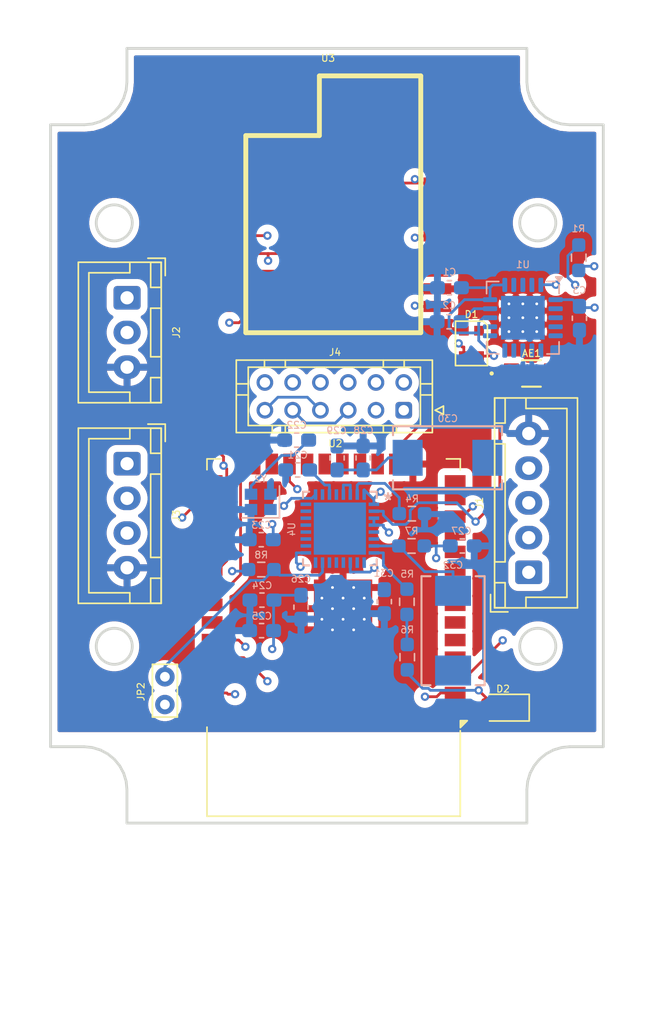
<source format=kicad_pcb>
(kicad_pcb (version 20241229) (generator "pcbnew") (generator_version "9.0")
  (layers (0 "F.Cu" signal) (4 "In1.Cu" signal) (6 "In2.Cu" signal) (2 "B.Cu" signal) (13 "F.Paste" user) (15 "B.Paste" user) (5 "F.SilkS" user "F.Silkscreen") (7 "B.SilkS" user "B.Silkscreen") (1 "F.Mask" user) (3 "B.Mask" user) (25 "Edge.Cuts" user))
  (net 0 "")
  (net 1 "GND")
  (net 2 "+3.3V")
  (net 3 "+5V")
  (net 4 "Net-(U1-NR)")
  (net 6 "/SPORT")
  (net 7 "/RX")
  (net 8 "/TX")
  (net 9 "/BOOT0")
  (net 10 "/SDA")
  (net 11 "/SCK")
  (net 12 "Net-(U2-EN)")
  (net 21 "/DIO2")
  (net 25 "/NSS")
  (net 27 "/BUSY")
  (net 28 "/MOSI")
  (net 32 "/RX_EN")
  (net 36 "/TX_EN")
  (net 37 "/MISO")
  (net 41 "/NRESET")
  (net 44 "/DIO1")
  (net 46 "Net-(U4-LNA)")
  (net 47 "Net-(U4-XTAL_OUT)")
  (net 48 "Net-(U4-XTAL_IN)")
  (net 49 "Net-(U4-CHIP_EN)")
  (net 50 "Net-(D2-A)")
  (net 51 "/ESP8285/TX")
  (net 52 "/TX_ESP32")
  (net 53 "/RX_ESP32")
  (net 54 "/ESP8285/RX")
  (net 55 "Net-(JP2-A)")
  (net 56 "Net-(U4-RES12K)")
  (net 57 "/ESP8285/LED")
  (net 58 "Net-(R5-Pad2)")
  (footprint "Connector_JST:JST_XH_B4B-XH-A_1x04_P2.50mm_Vertical" (layer "F.Cu") (at 134.6 86.125 -90)
    (property "Reference" "J3")
    (property "Value" "Conn_01x04_Socket" (hide yes))
  )
  (footprint "W3008:ANT_W3008_PUL" (layer "F.Cu") (at 163.7194 79.625)
    (property "Reference" "AE1")
    (property "Value" "W3008" (hide yes))
  )
  (footprint "LED_SMD:LED_0805_2012Metric_Pad1.15x1.40mm_HandSolder" (layer "F.Cu") (at 161.7 103.7 180)
    (property "Reference" "D2")
    (property "Value" "LED" (hide yes))
  )
  (footprint "Connector_JST:JST_PHD_B12B-PHDSS_2x06_P2.00mm_Vertical" (layer "F.Cu") (at 154.525 82.275 180)
    (property "Reference" "J4")
    (property "Value" "Conn_02x06_Odd_Even" (hide yes))
  )
  (footprint "LED_SMD:LED_WS2812B-2020_PLCC4_2.0x2.0mm" (layer "F.Cu") (at 159.4 77.46 -90)
    (property "Reference" "D1")
    (property "Value" "WS2812B-2020" (hide yes))
  )
  (footprint "TestPoint:TestPoint_Bridge_Pitch2.0mm_Drill0.7mm" (layer "F.Cu") (at 137.325 103.475 90)
    (property "Reference" "JP2")
    (property "Value" "Jumper_2_Small_Bridged" (hide yes))
  )
  (footprint "Connector_JST:JST_XH_B3B-XH-A_1x03_P2.50mm_Vertical" (layer "F.Cu") (at 134.6 74.175 -90)
    (property "Reference" "J2")
    (property "Value" "Conn_01x03_Socket" (hide yes))
  )
  (footprint "Connector_JST:JST_XH_B5B-XH-A_1x05_P2.50mm_Vertical" (layer "F.Cu") (at 163.525 93.95 90)
    (property "Reference" "J1")
    (property "Value" "Conn_01x05_Socket" (hide yes))
  )
  (footprint "RF_Module:ESP32-WROOM-32" (layer "F.Cu") (at 149.475 95.66 180)
    (property "Reference" "U2")
    (property "Value" "ESP32-WROOM-32" (hide yes))
  )
  (footprint "Library:E28" (layer "F.Cu") (at 148.95 68.55 90)
    (property "Reference" "U3")
    (property "Value" "E28-2G4M27S" (hide yes))
  )
  (footprint "Capacitor_SMD:C_0603_1608Metric_Pad1.08x0.95mm_HandSolder" (layer "B.Cu") (at 151.6 85.7125 90)
    (property "Reference" "C28")
    (property "Value" "100nF" (hide yes))
  )
  (footprint "Crystal:Crystal_SMD_2016-4Pin_2.0x1.6mm" (layer "B.Cu") (at 144.225 88.875 180)
    (property "Reference" "Y2")
    (property "Value" "26MHz" (hide yes))
  )
  (footprint "Capacitor_SMD:C_0603_1608Metric_Pad1.08x0.95mm_HandSolder" (layer "B.Cu") (at 147.125 96.4625 -90)
    (property "Reference" "C26")
    (property "Value" "100nF" (hide yes))
  )
  (footprint "Capacitor_SMD:C_0603_1608Metric_Pad1.08x0.95mm_HandSolder" (layer "B.Cu") (at 146.8125 84.425 180)
    (property "Reference" "C22")
    (property "Value" "10pF" (hide yes))
  )
  (footprint "Capacitor_SMD:C_0603_1608Metric_Pad1.08x0.95mm_HandSolder" (layer "B.Cu") (at 146.8875 86.575 180)
    (property "Reference" "C21")
    (property "Value" "10pF" (hide yes))
  )
  (footprint "Resistor_SMD:R_0603_1608Metric_Pad0.98x0.95mm_HandSolder" (layer "B.Cu") (at 167.125 71.2875 90)
    (property "Reference" "R1")
    (property "Value" "10K" (hide yes))
  )
  (footprint "Capacitor_SMD:C_0603_1608Metric_Pad1.08x0.95mm_HandSolder" (layer "B.Cu") (at 144.3125 95.95 180)
    (property "Reference" "C24")
    (property "Value" "100nF" (hide yes))
  )
  (footprint "Capacitor_SMD:C_0603_1608Metric_Pad1.08x0.95mm_HandSolder" (layer "B.Cu") (at 153.125 96.0625 90)
    (property "Reference" "C31")
    (property "Value" "0.1uF" (hide yes))
  )
  (footprint "Resistor_SMD:R_0603_1608Metric_Pad0.98x0.95mm_HandSolder" (layer "B.Cu") (at 154.775 100.0625 -90)
    (property "Reference" "R6")
    (property "Value" "1K" (hide yes))
  )
  (footprint "Resistor_SMD:R_0603_1608Metric_Pad0.98x0.95mm_HandSolder" (layer "B.Cu") (at 155.0875 92.05 180)
    (property "Reference" "R7")
    (property "Value" "10K" (hide yes))
  )
  (footprint "Capacitor_SMD:C_0603_1608Metric_Pad1.08x0.95mm_HandSolder" (layer "B.Cu") (at 149.725 85.7125 90)
    (property "Reference" "C29")
    (property "Value" "100nF" (hide yes))
  )
  (footprint "Capacitor_SMD:C_0603_1608Metric_Pad1.08x0.95mm_HandSolder" (layer "B.Cu") (at 158.7375 92.05)
    (property "Reference" "C27")
    (property "Value" "100nF" (hide yes))
  )
  (footprint "ECASD40J106M055K00:ECASD40J106M055K00" (layer "B.Cu") (at 157.675 85.7 180)
    (property "Reference" "C30")
    (property "Value" "10uF" (hide yes))
  )
  (footprint "Resistor_SMD:R_0603_1608Metric_Pad0.98x0.95mm_HandSolder" (layer "B.Cu") (at 155.1125 89.725)
    (property "Reference" "R4")
    (property "Value" "12K" (hide yes))
  )
  (footprint "Capacitor_SMD:C_0603_1608Metric_Pad1.08x0.95mm_HandSolder" (layer "B.Cu") (at 144.2875 98.15 180)
    (property "Reference" "C25")
    (property "Value" "100nF" (hide yes))
  )
  (footprint "ECASD40J106M055K00:ECASD40J106M055K00" (layer "B.Cu") (at 158.075 98.1548 90)
    (property "Reference" "C32")
    (property "Value" "10uF" (hide yes))
  )
  (footprint "Capacitor_SMD:C_0603_1608Metric_Pad1.08x0.95mm_HandSolder" (layer "B.Cu") (at 157.8125 73.45 180)
    (property "Reference" "C1")
    (property "Value" "10uF" (hide yes))
  )
  (footprint "Package_DFN_QFN:Texas_RGW0020A_VQFN-20-1EP_5x5mm_P0.65mm_EP3.15x3.15mm_ThermalVias" (layer "B.Cu") (at 163.1 75.6125 180)
    (property "Reference" "U1")
    (property "Value" "TPS7A4701xRGW" (hide yes))
  )
  (footprint "ESP8285H16:QFN32_5X5_EXP" (layer "B.Cu") (at 149.9239 90.8 180)
    (property "Reference" "U4")
    (property "Value" "ESP8285H16" (hide yes))
  )
  (footprint "Resistor_SMD:R_0603_1608Metric_Pad0.98x0.95mm_HandSolder" (layer "B.Cu") (at 144.2625 93.75)
    (property "Reference" "R8")
    (property "Value" "10K" (hide yes))
  )
  (footprint "Capacitor_SMD:C_0603_1608Metric_Pad1.08x0.95mm_HandSolder" (layer "B.Cu") (at 157.7875 75.9 180)
    (property "Reference" "C2")
    (property "Value" "1uF" (hide yes))
  )
  (footprint "Resistor_SMD:R_0603_1608Metric_Pad0.98x0.95mm_HandSolder" (layer "B.Cu") (at 154.75 96.075 -90)
    (property "Reference" "R5")
    (property "Value" "0" (hide yes))
  )
  (footprint "Capacitor_SMD:C_0603_1608Metric_Pad1.08x0.95mm_HandSolder" (layer "B.Cu") (at 144.2625 91.6 180)
    (property "Reference" "C23")
    (property "Value" "100nF" (hide yes))
  )
  (footprint "Capacitor_SMD:C_0603_1608Metric_Pad1.08x0.95mm_HandSolder" (layer "B.Cu") (at 167.175 75.65 -90)
    (property "Reference" "C3")
    (property "Value" "47uF" (hide yes))
  )
  (gr_line (start 132.678505 61.479019) (end 132.096512 61.655545) (stroke (width 0.2)) (layer "Edge.Cuts"))
  (gr_circle (center 133.676892 68.779636) (end 134.976892 68.779636) (stroke (width 0.2)) (fill no) (layer "Edge.Cuts"))
  (gr_line (start 163.391262 112.012747) (end 163.391262 109.588177) (stroke (width 0.2)) (layer "Edge.Cuts"))
  (gr_line (start 133.685024 60.806478) (end 134.070827 60.33636) (stroke (width 0.2)) (layer "Edge.Cuts"))
  (gr_line (start 133.685022 107.419013) (end 134.070829 107.889136) (stroke (width 0.2)) (layer "Edge.Cuts"))
  (gr_circle (center 164.176892 99.279636) (end 165.476892 99.279636) (stroke (width 0.2)) (fill no) (layer "Edge.Cuts"))
  (gr_line (start 134.591279 58.637325) (end 134.53408 59.218003) (stroke (width 0.2)) (layer "Edge.Cuts"))
  (gr_line (start 163.625 108.42551) (end 163.911702 107.889126) (stroke (width 0.2)) (layer "Edge.Cuts"))
  (gr_line (start 129.091275 106.512743) (end 131.515831 106.512743) (stroke (width 0.2)) (layer "Edge.Cuts"))
  (gr_line (start 163.625 59.8) (end 163.448477 59.217996) (stroke (width 0.2)) (layer "Edge.Cuts"))
  (gr_line (start 163.391262 109.588177) (end 163.448477 109.007496) (stroke (width 0.2)) (layer "Edge.Cuts"))
  (gr_line (start 163.448477 59.217996) (end 163.391262 58.637332) (stroke (width 0.2)) (layer "Edge.Cuts"))
  (gr_line (start 164.767636 107.033184) (end 165.304017 106.746484) (stroke (width 0.2)) (layer "Edge.Cuts"))
  (gr_circle (center 164.176892 68.779636) (end 165.476892 68.779636) (stroke (width 0.2)) (fill no) (layer "Edge.Cuts"))
  (gr_line (start 134.591279 56.212739) (end 134.591279 58.637325) (stroke (width 0.2)) (layer "Edge.Cuts"))
  (gr_line (start 163.391262 58.637332) (end 163.391262 56.212739) (stroke (width 0.2)) (layer "Edge.Cuts"))
  (gr_circle (center 133.676892 99.279636) (end 134.976892 99.279636) (stroke (width 0.2)) (fill no) (layer "Edge.Cuts"))
  (gr_line (start 163.911705 60.33637) (end 163.625 59.8) (stroke (width 0.2)) (layer "Edge.Cuts"))
  (gr_line (start 131.515831 61.712743) (end 129.091275 61.712743) (stroke (width 0.2)) (layer "Edge.Cuts"))
  (gr_line (start 168.891251 61.712743) (end 166.466695 61.712743) (stroke (width 0.2)) (layer "Edge.Cuts"))
  (gr_line (start 164.767633 61.192315) (end 164.297535 60.806478) (stroke (width 0.2)) (layer "Edge.Cuts"))
  (gr_line (start 133.214882 107.03318) (end 133.685022 107.419013) (stroke (width 0.2)) (layer "Edge.Cuts"))
  (gr_line (start 134.591279 109.588184) (end 134.591279 112.012747) (stroke (width 0.2)) (layer "Edge.Cuts"))
  (gr_line (start 168.891251 62.082743) (end 168.891251 61.712743) (stroke (width 0.2)) (layer "Edge.Cuts"))
  (gr_line (start 166.466695 61.712743) (end 165.886031 61.655545) (stroke (width 0.2)) (layer "Edge.Cuts"))
  (gr_line (start 132.096512 61.655545) (end 131.515831 61.712743) (stroke (width 0.2)) (layer "Edge.Cuts"))
  (gr_line (start 132.096519 106.569942) (end 132.678511 106.746485) (stroke (width 0.2)) (layer "Edge.Cuts"))
  (gr_line (start 164.297537 107.419013) (end 164.767636 107.033184) (stroke (width 0.2)) (layer "Edge.Cuts"))
  (gr_line (start 129.091275 61.712743) (end 129.091275 62.082743) (stroke (width 0.2)) (layer "Edge.Cuts"))
  (gr_line (start 134.53408 109.007489) (end 134.591279 109.588184) (stroke (width 0.2)) (layer "Edge.Cuts"))
  (gr_line (start 165.886031 61.655545) (end 165.304023 61.47902) (stroke (width 0.2)) (layer "Edge.Cuts"))
  (gr_line (start 129.091275 64.69024) (end 129.091275 106.512743) (stroke (width 0.2)) (layer "Edge.Cuts"))
  (gr_line (start 165.304023 61.47902) (end 164.767633 61.192315) (stroke (width 0.2)) (layer "Edge.Cuts"))
  (gr_line (start 165.886024 106.569942) (end 166.466695 106.512743) (stroke (width 0.2)) (layer "Edge.Cuts"))
  (gr_line (start 164.297535 60.806478) (end 163.911705 60.33637) (stroke (width 0.2)) (layer "Edge.Cuts"))
  (gr_line (start 163.448477 109.007496) (end 163.625 108.42551) (stroke (width 0.2)) (layer "Edge.Cuts"))
  (gr_line (start 168.891251 106.512743) (end 168.891251 62.082743) (stroke (width 0.2)) (layer "Edge.Cuts"))
  (gr_line (start 134.357519 108.425497) (end 134.53408 109.007489) (stroke (width 0.2)) (layer "Edge.Cuts"))
  (gr_line (start 134.591279 112.012747) (end 163.391262 112.012747) (stroke (width 0.2)) (layer "Edge.Cuts"))
  (gr_line (start 132.678511 106.746485) (end 133.214882 107.03318) (stroke (width 0.2)) (layer "Edge.Cuts"))
  (gr_line (start 129.091275 62.082743) (end 129.091275 64.69024) (stroke (width 0.2)) (layer "Edge.Cuts"))
  (gr_line (start 133.214885 61.19232) (end 133.685024 60.806478) (stroke (width 0.2)) (layer "Edge.Cuts"))
  (gr_line (start 166.466695 106.512743) (end 168.891251 106.512743) (stroke (width 0.2)) (layer "Edge.Cuts"))
  (gr_line (start 165.304017 106.746484) (end 165.886024 106.569942) (stroke (width 0.2)) (layer "Edge.Cuts"))
  (gr_line (start 134.357519 59.800013) (end 134.53408 59.218003) (stroke (width 0.2)) (layer "Edge.Cuts"))
  (gr_line (start 163.391262 56.212739) (end 134.591279 56.212739) (stroke (width 0.2)) (layer "Edge.Cuts"))
  (gr_line (start 133.214885 61.19232) (end 132.678505 61.479019) (stroke (width 0.2)) (layer "Edge.Cuts"))
  (gr_line (start 134.070827 60.33636) (end 134.357519 59.800013) (stroke (width 0.2)) (layer "Edge.Cuts"))
  (gr_line (start 163.911702 107.889126) (end 164.297537 107.419013) (stroke (width 0.2)) (layer "Edge.Cuts"))
  (gr_line (start 134.070829 107.889136) (end 134.357519 108.425497) (stroke (width 0.2)) (layer "Edge.Cuts"))
  (gr_line (start 131.515831 106.512743) (end 132.096519 106.569942) (stroke (width 0.2)) (layer "Edge.Cuts"))
  (segment (start 141.963 75.9721) (end 142.6592 75.9721) (width 0.2) (layer "F.Cu") (net 2))
  (segment (start 155.3279 74.7468) (end 155.5951 74.7468) (width 0.2) (layer "F.Cu") (net 2))
  (segment (start 142.6592 75.9721) (end 143.2517 75.3796) (width 0.2) (layer "F.Cu") (net 2))
  (segment (start 155.5951 74.7468) (end 155.6483 74.8) (width 0.2) (layer "F.Cu") (net 2))
  (segment (start 158.225 102.64) (end 157.1733 102.64) (width 0.2) (layer "F.Cu") (net 2))
  (segment (start 141.95 74.8) (end 143.2517 74.8) (width 0.2) (layer "F.Cu") (net 2))
  (segment (start 143.2517 75.3796) (end 143.2517 74.8) (width 0.2) (layer "F.Cu") (net 2))
  (segment (start 156.0511 102.9104) (end 156.9029 102.9104) (width 0.2) (layer "F.Cu") (net 2))
  (segment (start 156.95 74.8) (end 155.6483 74.8) (width 0.2) (layer "F.Cu") (net 2))
  (segment (start 156.9029 102.9104) (end 157.1733 102.64) (width 0.2) (layer "F.Cu") (net 2))
  (via (at 168.266 74.8854) (size 0.6) (drill 0.3) (layers "F.Cu" "B.Cu") (net 2))
  (via (at 145.0488 99.4746) (size 0.6) (drill 0.3) (layers "F.Cu" "B.Cu") (net 2))
  (via (at 152.4032 93.6287) (size 0.6) (drill 0.3) (layers "F.Cu" "B.Cu") (net 2))
  (via (at 152.8555 88.1465) (size 0.6) (drill 0.3) (layers "F.Cu" "B.Cu") (net 2))
  (via (at 153.4576 91.0852) (size 0.6) (drill 0.3) (layers "F.Cu" "B.Cu") (net 2))
  (via (at 168.241 71.903) (size 0.6) (drill 0.3) (layers "F.Cu" "B.Cu") (net 2))
  (via (at 145.053 90.4745) (size 0.6) (drill 0.3) (layers "F.Cu" "B.Cu") (net 2))
  (via (at 156.0511 102.9104) (size 0.6) (drill 0.3) (layers "F.Cu" "B.Cu") (net 2))
  (via (at 147.0893 93.5528) (size 0.6) (drill 0.3) (layers "F.Cu" "B.Cu") (net 2))
  (via (at 141.963 75.9721) (size 0.6) (drill 0.3) (layers "F.Cu" "B.Cu") (net 2))
  (via (at 155.3279 74.7468) (size 0.6) (drill 0.3) (layers "F.Cu" "B.Cu") (net 2))
  (via (at 156.8602 92.9287) (size 0.6) (drill 0.3) (layers "F.Cu" "B.Cu") (net 2))
  (via (at 165.4788 73.2337) (size 0.6) (drill 0.3) (layers "F.Cu" "B.Cu") (net 2))
  (via (at 142.1667 93.8659) (size 0.6) (drill 0.3) (layers "F.Cu" "B.Cu") (net 2))
  (segment (start 143.35 93.75) (end 143.2341 93.8659) (width 0.2) (layer "B.Cu") (net 2))
  (segment (start 166.7 74.3125) (end 165.4625 74.3125) (width 0.2) (layer "B.Cu") (net 2))
  (segment (start 156.8602 92.9287) (end 156.8602 92.05) (width 0.2) (layer "B.Cu") (net 2))
  (segment (start 150.6739 93.2511) (end 150.6739 93.9338) (width 0.2) (layer "B.Cu") (net 2))
  (segment (start 152.375 90.05) (end 152.375 90.55) (width 0.2) (layer "B.Cu") (net 2))
  (segment (start 147.125 95.6) (end 145.525 95.6) (width 0.2) (layer "B.Cu") (net 2))
  (segment (start 153.0577 90.55) (end 153.0577 90.6853) (width 0.2) (layer "B.Cu") (net 2))
  (segment (start 168.266 74.8854) (end 167.2729 74.8854) (width 0.2) (layer "B.Cu") (net 2))
  (segment (start 164.4163 73.2337) (end 164.4 73.25) (width 0.2) (layer "B.Cu") (net 2))
  (segment (start 147.4728 92.55) (end 146.7901 92.55) (width 0.2) (layer "B.Cu") (net 2))
  (segment (start 152.4032 93.6287) (end 152.0981 93.9338) (width 0.2) (layer "B.Cu") (net 2))
  (segment (start 168.241 71.903) (end 167.422 71.903) (width 0.2) (layer "B.Cu") (net 2))
  (segment (start 147.0893 93.5528) (end 146.7901 93.2536) (width 0.2) (layer "B.Cu") (net 2))
  (segment (start 145.15 95.975) (end 145.175 95.95) (width 0.2) (layer "B.Cu") (net 2))
  (segment (start 145.125 91.6) (end 145.125 90.5465) (width 0.2) (layer "B.Cu") (net 2))
  (segment (start 153.0577 90.6853) (end 153.4576 91.0852) (width 0.2) (layer "B.Cu") (net 2))
  (segment (start 167.422 71.903) (end 167.125 72.2) (width 0.2) (layer "B.Cu") (net 2))
  (segment (start 145.15 98.15) (end 145.15 95.975) (width 0.2) (layer "B.Cu") (net 2))
  (segment (start 167.175 74.7875) (end 166.7 74.3125) (width 0.2) (layer "B.Cu") (net 2))
  (segment (start 165.4788 73.2337) (end 164.4163 73.2337) (width 0.2) (layer "B.Cu") (net 2))
  (segment (start 152.375 88.7086) (end 152.375 89.05) (width 0.2) (layer "B.Cu") (net 2))
  (segment (start 152.3342 88.6678) (end 152.375 88.7086) (width 0.2) (layer "B.Cu") (net 2))
  (segment (start 156 92.05) (end 156.8602 92.05) (width 0.2) (layer "B.Cu") (net 2))
  (segment (start 152.0981 93.9338) (end 150.6739 93.9338) (width 0.2) (layer "B.Cu") (net 2))
  (segment (start 145.15 99.3734) (end 145.15 98.15) (width 0.2) (layer "B.Cu") (net 2))
  (segment (start 145.0488 99.4746) (end 145.15 99.3734) (width 0.2) (layer "B.Cu") (net 2))
  (segment (start 156.8602 92.05) (end 157.875 92.05) (width 0.2) (layer "B.Cu") (net 2))
  (segment (start 146.7901 93.2536) (end 146.7901 92.55) (width 0.2) (layer "B.Cu") (net 2))
  (segment (start 143.2341 93.8659) (end 142.1667 93.8659) (width 0.2) (layer "B.Cu") (net 2))
  (segment (start 152.3342 88.6678) (end 152.8555 88.1465) (width 0.2) (layer "B.Cu") (net 2))
  (segment (start 152.5486 86.575) (end 151.6 86.575) (width 0.2) (layer "B.Cu") (net 2))
  (segment (start 154.8048 85.7) (end 153.4236 85.7) (width 0.2) (layer "B.Cu") (net 2))
  (segment (start 152.375 90.55) (end 153.0577 90.55) (width 0.2) (layer "B.Cu") (net 2))
  (segment (start 151.6739 88.0075) (end 152.3342 88.6678) (width 0.2) (layer "B.Cu") (net 2))
  (segment (start 145.125 90.5465) (end 145.053 90.4745) (width 0.2) (layer "B.Cu") (net 2))
  (segment (start 167.2729 74.8854) (end 167.175 74.7875) (width 0.2) (layer "B.Cu") (net 2))
  (segment (start 151.6 86.575) (end 149.725 86.575) (width 0.2) (layer "B.Cu") (net 2))
  (segment (start 153.4236 85.7) (end 152.5486 86.575) (width 0.2) (layer "B.Cu") (net 2))
  (segment (start 150.6739 88.3489) (end 150.6739 87.6662) (width 0.2) (layer "B.Cu") (net 2))
  (segment (start 150.1739 88.3489) (end 150.1739 87.6662) (width 0.2) (layer "B.Cu") (net 2))
  (segment (start 145.525 95.6) (end 145.175 95.95) (width 0.2) (layer "B.Cu") (net 2))
  (segment (start 150.1739 87.6662) (end 150.6739 87.6662) (width 0.2) (layer "B.Cu") (net 2))
  (segment (start 151.6739 88.3489) (end 151.6739 88.0075) (width 0.2) (layer "B.Cu") (net 2))
  (segment (start 160.6205 78.3562) (end 160.6017 78.375) (width 0.2) (layer "F.Cu") (net 3))
  (segment (start 161.0225 78.3562) (end 160.6205 78.3562) (width 0.2) (layer "F.Cu") (net 3))
  (segment (start 159.95 78.375) (end 160.6017 78.375) (width 0.2) (layer "F.Cu") (net 3))
  (via (at 161.0225 78.3562) (size 0.6) (drill 0.3) (layers "F.Cu" "B.Cu") (net 3))
  (segment (start 159.923 76.7068) (end 158.1366 76.7068) (width 0.2) (layer "B.Cu") (net 3))
  (segment (start 160.7375 74.3125) (end 160.7375 73.45) (width 0.2) (layer "B.Cu") (net 3))
  (segment (start 160.7375 73.45) (end 160.9375 73.25) (width 0.2) (layer "B.Cu") (net 3))
  (segment (start 158.1366 76.7068) (end 157.7886 76.3588) (width 0.2) (layer "B.Cu") (net 3))
  (segment (start 157.7886 76.3588) (end 157.7886 75.4229) (width 0.2) (layer "B.Cu") (net 3))
  (segment (start 158.899 74.3125) (end 160.7375 74.3125) (width 0.2) (layer "B.Cu") (net 3))
  (segment (start 160.2514 75.6125) (end 159.923 75.9409) (width 0.2) (layer "B.Cu") (net 3))
  (segment (start 160.7375 73.45) (end 158.675 73.45) (width 0.2) (layer "B.Cu") (net 3))
  (segment (start 157.7886 75.4229) (end 158.899 74.3125) (width 0.2) (layer "B.Cu") (net 3))
  (segment (start 159.923 75.9409) (end 159.923 76.7068) (width 0.2) (layer "B.Cu") (net 3))
  (segment (start 159.923 77.2567) (end 161.0225 78.3562) (width 0.2) (layer "B.Cu") (net 3))
  (segment (start 160.9375 73.25) (end 161.8 73.25) (width 0.2) (layer "B.Cu") (net 3))
  (segment (start 159.923 76.7068) (end 159.923 77.2567) (width 0.2) (layer "B.Cu") (net 3))
  (segment (start 160.7375 75.6125) (end 160.2514 75.6125) (width 0.2) (layer "B.Cu") (net 3))
  (segment (start 159.5875 74.9625) (end 158.65 75.9) (width 0.2) (layer "B.Cu") (net 4))
  (segment (start 160.7375 74.9625) (end 159.5875 74.9625) (width 0.2) (layer "B.Cu") (net 4))
  (segment (start 158.85 78.375) (end 158.85 77.7233) (width 0.2) (layer "F.Cu") (net 6))
  (segment (start 153.915 86.15) (end 153.915 85.0983) (width 0.2) (layer "F.Cu") (net 6))
  (segment (start 158.7436 77.7233) (end 158.85 77.7233) (width 0.2) (layer "F.Cu") (net 6))
  (segment (start 158.4803 77.46) (end 158.7436 77.7233) (width 0.2) (layer "F.Cu") (net 6))
  (segment (start 158.85 80.1633) (end 158.85 78.375) (width 0.2) (layer "F.Cu") (net 6))
  (segment (start 153.915 85.0983) (end 158.85 80.1633) (width 0.2) (layer "F.Cu") (net 6))
  (via (at 158.4803 77.46) (size 0.6) (drill 0.3) (layers "F.Cu" "B.Cu") (net 6))
  (segment (start 144.525 82.275) (end 145.4625 81.3375) (width 0.2) (layer "B.Cu") (net 7))
  (segment (start 145.4625 81.3375) (end 147.5875 81.3375) (width 0.2) (layer "B.Cu") (net 7))
  (segment (start 147.5875 81.3375) (end 148.525 82.275) (width 0.2) (layer "B.Cu") (net 7))
  (segment (start 149.6026 83.1974) (end 147.4474 83.1974) (width 0.2) (layer "B.Cu") (net 8))
  (segment (start 147.4474 83.1974) (end 146.525 82.275) (width 0.2) (layer "B.Cu") (net 8))
  (segment (start 150.525 82.275) (end 149.6026 83.1974) (width 0.2) (layer "B.Cu") (net 8))
  (segment (start 140.725 87.4) (end 139.6733 87.4) (width 0.2) (layer "F.Cu") (net 9))
  (segment (start 139.6733 88.9022) (end 138.568 90.0075) (width 0.2) (layer "F.Cu") (net 9))
  (segment (start 139.6733 87.4) (end 139.6733 88.9022) (width 0.2) (layer "F.Cu") (net 9))
  (via (at 138.568 90.0075) (size 0.6) (drill 0.3) (layers "F.Cu" "B.Cu") (net 9))
  (segment (start 146.295 87.3931) (end 146.8603 87.9584) (width 0.2) (layer "F.Cu") (net 10))
  (segment (start 146.295 86.15) (end 146.295 87.3931) (width 0.2) (layer "F.Cu") (net 10))
  (via (at 146.8603 87.9584) (size 0.6) (drill 0.3) (layers "F.Cu" "B.Cu") (net 10))
  (segment (start 141.7767 86.4983) (end 141.5466 86.2682) (width 0.2) (layer "F.Cu") (net 11))
  (segment (start 141.7767 93.1227) (end 141.7767 86.4983) (width 0.2) (layer "F.Cu") (net 11))
  (segment (start 141.5466 85.6216) (end 140.6483 84.7233) (width 0.2) (layer "F.Cu") (net 11))
  (segment (start 144.7056 69.6997) (end 143.272 69.6997) (width 0.2) (layer "F.Cu") (net 11))
  (segment (start 140.6483 70.2557) (end 140.6498 70.2542) (width 0.2) (layer "F.Cu") (net 11))
  (segment (start 140.6483 69.7201) (end 140.6483 69.72) (width 0.2) (layer "F.Cu") (net 11))
  (segment (start 141.1494 93.75) (end 141.7767 93.1227) (width 0.2) (layer "F.Cu") (net 11))
  (segment (start 140.6498 70.2542) (end 140.6498 69.7216) (width 0.2) (layer "F.Cu") (net 11))
  (segment (start 140.725 93.75) (end 141.1494 93.75) (width 0.2) (layer "F.Cu") (net 11))
  (segment (start 143.272 69.6997) (end 143.2517 69.72) (width 0.2) (layer "F.Cu") (net 11))
  (segment (start 155.4576 69.72) (end 155.3279 69.8497) (width 0.2) (layer "F.Cu") (net 11))
  (segment (start 140.6498 69.7216) (end 140.6483 69.7201) (width 0.2) (layer "F.Cu") (net 11))
  (segment (start 141.95 69.72) (end 140.6483 69.72) (width 0.2) (layer "F.Cu") (net 11))
  (segment (start 141.5466 86.2682) (end 141.5466 85.6216) (width 0.2) (layer "F.Cu") (net 11))
  (segment (start 141.95 69.72) (end 143.2517 69.72) (width 0.2) (layer "F.Cu") (net 11))
  (segment (start 156.95 69.72) (end 155.4576 69.72) (width 0.2) (layer "F.Cu") (net 11))
  (segment (start 140.6483 84.7233) (end 140.6483 70.2557) (width 0.2) (layer "F.Cu") (net 11))
  (via (at 141.5466 86.2682) (size 0.6) (drill 0.3) (layers "F.Cu" "B.Cu") (net 11))
  (via (at 155.3279 69.8497) (size 0.6) (drill 0.3) (layers "F.Cu" "B.Cu") (net 11))
  (via (at 144.7056 69.6997) (size 0.6) (drill 0.3) (layers "F.Cu" "B.Cu") (net 11))
  (segment (start 159.2767 101.2226) (end 159.2767 101.37) (width 0.2) (layer "F.Cu") (net 12))
  (segment (start 158.225 101.37) (end 159.2767 101.37) (width 0.2) (layer "F.Cu") (net 12))
  (segment (start 161.6496 98.8497) (end 159.2767 101.2226) (width 0.2) (layer "F.Cu") (net 12))
  (via (at 166.8678 73.2426) (size 0.6) (drill 0.3) (layers "F.Cu" "B.Cu") (net 12))
  (via (at 161.6496 98.8497) (size 0.6) (drill 0.3) (layers "F.Cu" "B.Cu") (net 12))
  (segment (start 166.3474 71.1526) (end 166.3474 72.7222) (width 0.2) (layer "B.Cu") (net 12))
  (segment (start 167.125 70.375) (end 166.3474 71.1526) (width 0.2) (layer "B.Cu") (net 12))
  (segment (start 166.3474 72.7222) (end 166.8678 73.2426) (width 0.2) (layer "B.Cu") (net 12))
  (segment (start 156.95 68.45) (end 141.95 68.45) (width 0.2) (layer "F.Cu") (net 25))
  (segment (start 144.756 70.99) (end 141.95 70.99) (width 0.2) (layer "F.Cu") (net 28))
  (segment (start 140.725 102.64) (end 141.7767 102.64) (width 0.2) (layer "F.Cu") (net 28))
  (segment (start 156.95 70.99) (end 144.756 70.99) (width 0.2) (layer "F.Cu") (net 28))
  (segment (start 144.756 70.99) (end 144.756 71.5047) (width 0.2) (layer "F.Cu") (net 28))
  (segment (start 142.376 102.7304) (end 141.8671 102.7304) (width 0.2) (layer "F.Cu") (net 28))
  (segment (start 141.8671 102.7304) (end 141.7767 102.64) (width 0.2) (layer "F.Cu") (net 28))
  (via (at 144.756 71.5047) (size 0.6) (drill 0.3) (layers "F.Cu" "B.Cu") (net 28))
  (via (at 142.376 102.7304) (size 0.6) (drill 0.3) (layers "F.Cu" "B.Cu") (net 28))
  (segment (start 155.3706 65.6323) (end 155.6483 65.91) (width 0.2) (layer "F.Cu") (net 32))
  (segment (start 156.95 65.91) (end 155.6483 65.91) (width 0.2) (layer "F.Cu") (net 32))
  (segment (start 158.225 89.94) (end 158.7541 89.94) (width 0.2) (layer "F.Cu") (net 32))
  (segment (start 158.7541 89.94) (end 159.4976 89.1965) (width 0.2) (layer "F.Cu") (net 32))
  (segment (start 155.3279 65.6323) (end 155.3706 65.6323) (width 0.2) (layer "F.Cu") (net 32))
  (segment (start 141.95 65.91) (end 155.6483 65.91) (width 0.2) (layer "F.Cu") (net 32))
  (via (at 159.4976 89.1965) (size 0.6) (drill 0.3) (layers "F.Cu" "B.Cu") (net 32))
  (via (at 155.3279 65.6323) (size 0.6) (drill 0.3) (layers "F.Cu" "B.Cu") (net 32))
  (segment (start 143.6575 72.26) (end 141.95 72.26) (width 0.2) (layer "F.Cu") (net 37))
  (segment (start 156.95 72.26) (end 143.6575 72.26) (width 0.2) (layer "F.Cu") (net 37))
  (segment (start 141.8766 95.02) (end 140.725 95.02) (width 0.2) (layer "F.Cu") (net 37))
  (segment (start 143.6575 77.7046) (end 142.7733 78.5888) (width 0.2) (layer "F.Cu") (net 37))
  (segment (start 142.7733 94.1233) (end 141.8766 95.02) (width 0.2) (layer "F.Cu") (net 37))
  (segment (start 143.6575 72.26) (end 143.6575 77.7046) (width 0.2) (layer "F.Cu") (net 37))
  (segment (start 142.7733 78.5888) (end 142.7733 94.1233) (width 0.2) (layer "F.Cu") (net 37))
  (segment (start 161.4421 88.5561) (end 161.4421 79.625) (width 0.2) (layer "F.Cu") (net 46))
  (segment (start 159.6976 90.3006) (end 161.4421 88.5561) (width 0.2) (layer "F.Cu") (net 46))
  (segment (start 162.2744 79.625) (end 161.4421 79.625) (width 0.2) (layer "F.Cu") (net 46))
  (via (at 159.6976 90.3006) (size 0.6) (drill 0.3) (layers "F.Cu" "B.Cu") (net 46))
  (segment (start 154.6738 90.5026) (end 154.9901 90.1863) (width 0.2) (layer "B.Cu") (net 46))
  (segment (start 154.9901 90.1863) (end 154.9901 89.4915) (width 0.2) (layer "B.Cu") (net 46))
  (segment (start 154.9901 89.4915) (end 155.5455 88.9361) (width 0.2) (layer "B.Cu") (net 46))
  (segment (start 155.5455 88.9361) (end 158.3331 88.9361) (width 0.2) (layer "B.Cu") (net 46))
  (segment (start 153.0577 89.55) (end 153.0577 89.8341) (width 0.2) (layer "B.Cu") (net 46))
  (segment (start 158.3331 88.9361) (end 159.6976 90.3006) (width 0.2) (layer "B.Cu") (net 46))
  (segment (start 152.375 89.55) (end 153.0577 89.55) (width 0.2) (layer "B.Cu") (net 46))
  (segment (start 153.0577 89.8341) (end 153.7262 90.5026) (width 0.2) (layer "B.Cu") (net 46))
  (segment (start 153.7262 90.5026) (end 154.6738 90.5026) (width 0.2) (layer "B.Cu") (net 46))
  (segment (start 149.1739 88.3489) (end 149.1739 87.6662) (width 0.2) (layer "B.Cu") (net 47))
  (segment (start 149.1739 87.6662) (end 148.8412 87.6662) (width 0.2) (layer "B.Cu") (net 47))
  (segment (start 148.8412 87.6662) (end 147.75 86.575) (width 0.2) (layer "B.Cu") (net 47))
  (segment (start 146.5723 85.5277) (end 147.675 84.425) (width 0.2) (layer "B.Cu") (net 48))
  (segment (start 143.525 88.325) (end 143.525 87.7896) (width 0.2) (layer "B.Cu") (net 48))
  (segment (start 143.525 87.7896) (end 143.525 87.7331) (width 0.2) (layer "B.Cu") (net 48))
  (segment (start 145.7304 85.5277) (end 146.5723 85.5277) (width 0.2) (layer "B.Cu") (net 48))
  (segment (start 143.525 87.7331) (end 145.7304 85.5277) (width 0.2) (layer "B.Cu") (net 48))
  (segment (start 152.375 92.05) (end 154.175 92.05) (width 0.2) (layer "B.Cu") (net 49))
  (segment (start 154.175 92.05) (end 156.0284 93.9034) (width 0.2) (layer "B.Cu") (net 49))
  (segment (start 158.075 95.2846) (end 158.075 93.9034) (width 0.2) (layer "B.Cu") (net 49))
  (segment (start 156.0284 93.9034) (end 158.075 93.9034) (width 0.2) (layer "B.Cu") (net 49))
  (segment (start 159.9207 102.4501) (end 160.675 103.2044) (width 0.2) (layer "F.Cu") (net 50))
  (segment (start 160.675 103.2044) (end 160.675 103.7) (width 0.2) (layer "F.Cu") (net 50))
  (via (at 159.9207 102.4501) (size 0.6) (drill 0.3) (layers "F.Cu" "B.Cu") (net 50))
  (segment (start 154.775 101.2033) (end 154.775 100.975) (width 0.2) (layer "B.Cu") (net 50))
  (segment (start 159.9207 102.4501) (end 156.4417 102.4501) (width 0.2) (layer "B.Cu") (net 50))
  (segment (start 156.3003 102.3087) (end 155.8804 102.3087) (width 0.2) (layer "B.Cu") (net 50))
  (segment (start 155.8804 102.3087) (end 154.775 101.2033) (width 0.2) (layer "B.Cu") (net 50))
  (segment (start 156.4417 102.4501) (end 156.3003 102.3087) (width 0.2) (layer "B.Cu") (net 50))
  (segment (start 143.0085 100.1) (end 144.7056 101.7971) (width 0.2) (layer "F.Cu") (net 52))
  (segment (start 140.725 100.1) (end 143.0085 100.1) (width 0.2) (layer "F.Cu") (net 52))
  (via (at 144.7056 101.7971) (size 0.6) (drill 0.3) (layers "F.Cu" "B.Cu") (net 52))
  (segment (start 140.725 98.83) (end 142.6372 98.83) (width 0.2) (layer "F.Cu") (net 53))
  (segment (start 142.6372 98.83) (end 143.1201 99.3129) (width 0.2) (layer "F.Cu") (net 53))
  (via (at 143.1201 99.3129) (size 0.6) (drill 0.3) (layers "F.Cu" "B.Cu") (net 53))
  (via (at 145.8961 89.163) (size 0.6) (drill 0.3) (layers "F.Cu" "B.Cu") (net 54))
  (segment (start 145.8961 89.163) (end 146.4389 88.6202) (width 0.2) (layer "B.Cu") (net 54))
  (segment (start 146.4389 88.6202) (end 147.9026 88.6202) (width 0.2) (layer "B.Cu") (net 54))
  (segment (start 147.9026 88.6202) (end 148.1739 88.3489) (width 0.2) (layer "B.Cu") (net 54))
  (segment (start 148.6739 93.9338) (end 148.4515 94.1562) (width 0.2) (layer "B.Cu") (net 55))
  (segment (start 145.175 93.75) (end 144.3887 94.5363) (width 0.2) (layer "B.Cu") (net 55))
  (segment (start 137.325 100.722) (end 137.325 101.475) (width 0.2) (layer "B.Cu") (net 55))
  (segment (start 148.4515 94.1562) (end 145.5812 94.1562) (width 0.2) (layer "B.Cu") (net 55))
  (segment (start 148.6739 93.2511) (end 148.6739 93.9338) (width 0.2) (layer "B.Cu") (net 55))
  (segment (start 143.5107 94.5363) (end 137.325 100.722) (width 0.2) (layer "B.Cu") (net 55))
  (segment (start 144.3887 94.5363) (end 143.5107 94.5363) (width 0.2) (layer "B.Cu") (net 55))
  (segment (start 145.5812 94.1562) (end 145.175 93.75) (width 0.2) (layer "B.Cu") (net 55))
  (segment (start 151.1739 88.3489) (end 151.1739 87.6662) (width 0.2) (layer "B.Cu") (net 56))
  (segment (start 154.2 88.5781) (end 154.2 89.725) (width 0.2) (layer "B.Cu") (net 56))
  (segment (start 151.1739 87.6662) (end 151.297 87.5431) (width 0.2) (layer "B.Cu") (net 56))
  (segment (start 151.297 87.5431) (end 153.165 87.5431) (width 0.2) (layer "B.Cu") (net 56))
  (segment (start 153.165 87.5431) (end 154.2 88.5781) (width 0.2) (layer "B.Cu") (net 56))
  (segment (start 152.375 92.55) (end 153.0577 92.55) (width 0.2) (layer "B.Cu") (net 57))
  (segment (start 153.0577 92.55) (end 153.0577 93.4702) (width 0.2) (layer "B.Cu") (net 57))
  (segment (start 153.0577 93.4702) (end 154.75 95.1625) (width 0.2) (layer "B.Cu") (net 57))
  (segment (start 154.75 96.9875) (end 154.75 99.125) (width 0.2) (layer "B.Cu") (net 58))
  (segment (start 154.75 99.125) (end 154.775 99.15) (width 0.2) (layer "B.Cu") (net 58))
  (zone (net 1) (net_name "GND") (layer "F.Cu") (connect_pads (clearance 0.5)) (min_thickness 0.25) (fill yes (thermal_gap 0.5) (thermal_bridge_width 0.5))
    (polygon (pts (xy 173.025 52.725) (xy 173.025 115.425) (xy 125.525 115.6) (xy 125.5 52.725)))
  )
  (zone (net 1) (net_name "GND") (layer "B.Cu") (connect_pads (clearance 0.5)) (min_thickness 0.25) (fill yes (thermal_gap 0.5) (thermal_bridge_width 0.5))
    (polygon (pts (xy 173.025 52.725) (xy 173.025 115.425) (xy 125.525 115.6) (xy 125.5 52.725)))
  )
)
</source>
